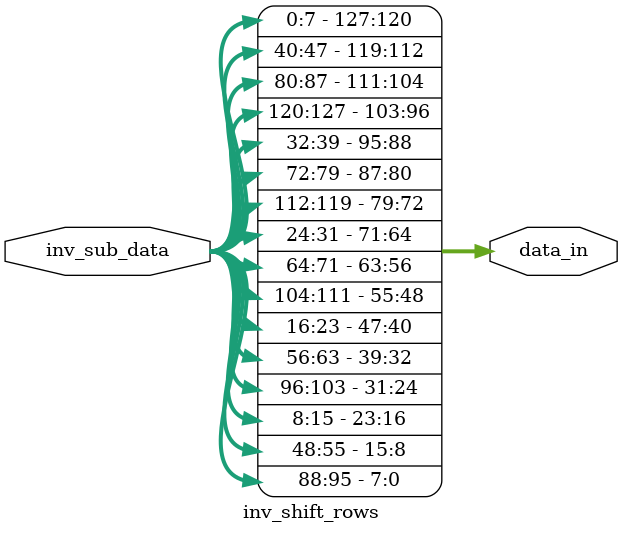
<source format=v>



module inv_shift_rows(
inv_sub_data,
data_in
);
input  [0:127] inv_sub_data;
output  [0:127] data_in;

assign data_in[ 0   : 7   ] = inv_sub_data[ 0   : 7   ];
assign data_in[ 8   : 15  ] = inv_sub_data[ 40  : 47 ];
assign data_in[ 16  : 23  ] = inv_sub_data[ 80  : 87  ];
assign data_in[ 24  : 31  ] = inv_sub_data[ 120 : 127  ];

assign data_in[ 32  : 39  ] = inv_sub_data[ 32  : 39  ];
assign data_in[ 40  : 47  ] = inv_sub_data[ 72   : 79  ];
assign data_in[ 48  : 55  ] = inv_sub_data[ 112 : 119 ];
assign data_in[ 56  : 63  ] = inv_sub_data[ 24  : 31  ];

assign data_in[ 64  : 71  ] = inv_sub_data[ 64  : 71  ];
assign data_in[ 72  : 79  ] = inv_sub_data[ 104 : 111  ];
assign data_in[ 80  : 87  ] = inv_sub_data[ 16  : 23  ];
assign data_in[ 88  : 95  ] = inv_sub_data[ 56 : 63 ];

assign data_in[ 96  : 103 ] = inv_sub_data[ 96  : 103 ];
assign data_in[ 104 : 111 ] = inv_sub_data[ 8   : 15  ];
assign data_in[ 112 : 119 ] = inv_sub_data[ 48  : 55  ];
assign data_in[ 120 : 127 ] = inv_sub_data[ 88  : 95  ];

endmodule

</source>
